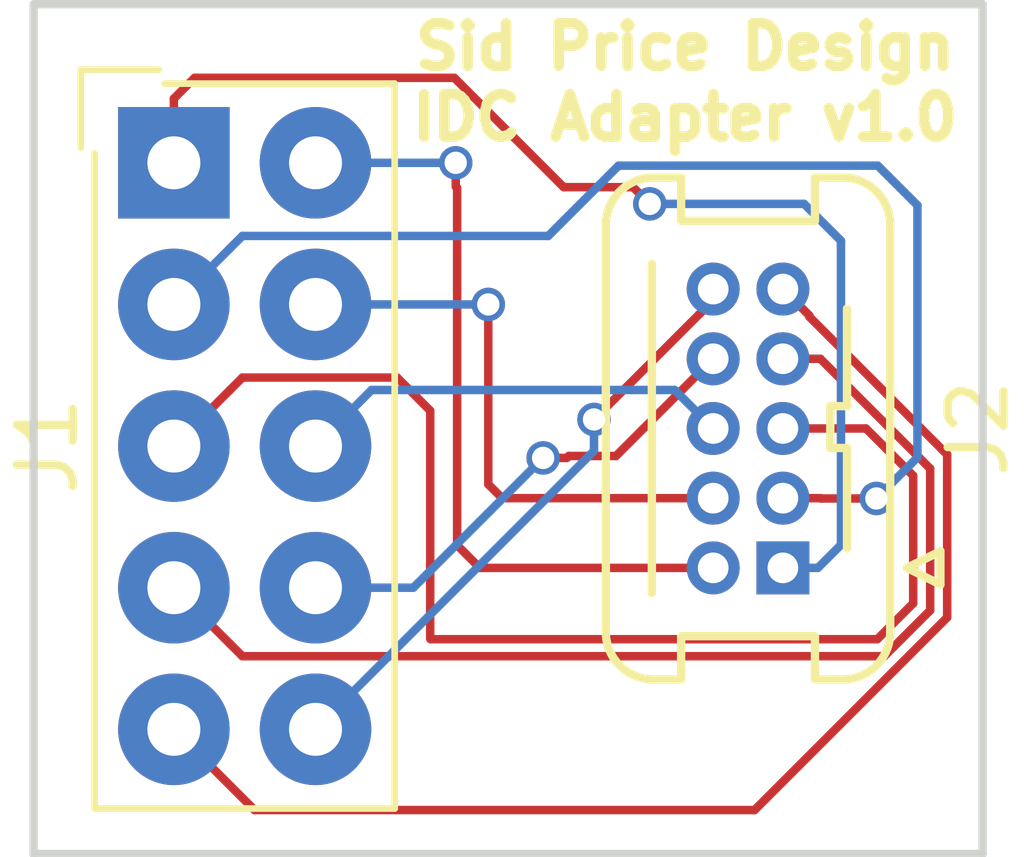
<source format=kicad_pcb>
(kicad_pcb (version 4) (host pcbnew 4.0.7)

  (general
    (links 10)
    (no_connects 0)
    (area 136.4772 104.064999 155.124 119.455001)
    (thickness 1.6)
    (drawings 6)
    (tracks 82)
    (zones 0)
    (modules 2)
    (nets 11)
  )

  (page USLetter)
  (title_block
    (title "IDC 0.1 to 0.05 10 Pin Adapter")
    (date 2017-11-08)
    (rev 1.0)
    (company "Sid Price Design")
  )

  (layers
    (0 F.Cu signal)
    (31 B.Cu signal)
    (32 B.Adhes user)
    (33 F.Adhes user)
    (34 B.Paste user)
    (35 F.Paste user)
    (36 B.SilkS user)
    (37 F.SilkS user)
    (38 B.Mask user)
    (39 F.Mask user)
    (40 Dwgs.User user)
    (41 Cmts.User user)
    (42 Eco1.User user)
    (43 Eco2.User user)
    (44 Edge.Cuts user)
    (45 Margin user)
    (46 B.CrtYd user)
    (47 F.CrtYd user)
    (48 B.Fab user hide)
    (49 F.Fab user hide)
  )

  (setup
    (last_trace_width 0.1524)
    (trace_clearance 0.1524)
    (zone_clearance 0.508)
    (zone_45_only no)
    (trace_min 0.1524)
    (segment_width 0.2)
    (edge_width 0.15)
    (via_size 0.6)
    (via_drill 0.4)
    (via_min_size 0.4)
    (via_min_drill 0.3)
    (uvia_size 0.3)
    (uvia_drill 0.1)
    (uvias_allowed no)
    (uvia_min_size 0.2)
    (uvia_min_drill 0.1)
    (pcb_text_width 0.3)
    (pcb_text_size 1.5 1.5)
    (mod_edge_width 0.15)
    (mod_text_size 1 1)
    (mod_text_width 0.15)
    (pad_size 1.524 1.524)
    (pad_drill 0.762)
    (pad_to_mask_clearance 0.2)
    (aux_axis_origin 0 0)
    (visible_elements 7FFCFFFF)
    (pcbplotparams
      (layerselection 0x00030_80000001)
      (usegerberextensions false)
      (excludeedgelayer true)
      (linewidth 0.100000)
      (plotframeref false)
      (viasonmask false)
      (mode 1)
      (useauxorigin false)
      (hpglpennumber 1)
      (hpglpenspeed 20)
      (hpglpendiameter 15)
      (hpglpenoverlay 2)
      (psnegative false)
      (psa4output false)
      (plotreference true)
      (plotvalue true)
      (plotinvisibletext false)
      (padsonsilk false)
      (subtractmaskfromsilk false)
      (outputformat 1)
      (mirror false)
      (drillshape 1)
      (scaleselection 1)
      (outputdirectory ""))
  )

  (net 0 "")
  (net 1 "Net-(J1-Pad1)")
  (net 2 "Net-(J1-Pad3)")
  (net 3 "Net-(J1-Pad5)")
  (net 4 "Net-(J1-Pad7)")
  (net 5 "Net-(J1-Pad9)")
  (net 6 "Net-(J1-Pad2)")
  (net 7 "Net-(J1-Pad4)")
  (net 8 "Net-(J1-Pad6)")
  (net 9 "Net-(J1-Pad8)")
  (net 10 "Net-(J1-Pad10)")

  (net_class Default "This is the default net class."
    (clearance 0.1524)
    (trace_width 0.1524)
    (via_dia 0.6)
    (via_drill 0.4)
    (uvia_dia 0.3)
    (uvia_drill 0.1)
    (add_net "Net-(J1-Pad1)")
    (add_net "Net-(J1-Pad10)")
    (add_net "Net-(J1-Pad2)")
    (add_net "Net-(J1-Pad3)")
    (add_net "Net-(J1-Pad4)")
    (add_net "Net-(J1-Pad5)")
    (add_net "Net-(J1-Pad6)")
    (add_net "Net-(J1-Pad7)")
    (add_net "Net-(J1-Pad8)")
    (add_net "Net-(J1-Pad9)")
  )

  (module Connectors_Samtec:SDL-110-X-XX_2x05 (layer F.Cu) (tedit 590274CA) (tstamp 5A033299)
    (at 139.6746 106.9848)
    (descr "Double row, low profile, screw machine socket strip, through hole, 100mil / 2.54mm pitch")
    (tags "samtec socket strip tht dual")
    (path /5A032CFB)
    (fp_text reference J1 (at -2.27 5.08 90) (layer F.SilkS)
      (effects (font (size 1 1) (thickness 0.15)))
    )
    (fp_text value "0.1\" Pitch" (at 4.81 5.08 90) (layer F.Fab)
      (effects (font (size 1 1) (thickness 0.15)))
    )
    (fp_line (start -0.17 -1.42) (end 3.96 -1.42) (layer F.SilkS) (width 0.12))
    (fp_line (start 3.96 -1.42) (end 3.96 11.58) (layer F.SilkS) (width 0.12))
    (fp_line (start 3.96 11.58) (end -1.42 11.58) (layer F.SilkS) (width 0.12))
    (fp_line (start -1.42 11.58) (end -1.42 -0.17) (layer F.SilkS) (width 0.12))
    (fp_line (start -0.27 -1.67) (end -1.67 -1.67) (layer F.SilkS) (width 0.12))
    (fp_line (start -1.67 -1.67) (end -1.67 -0.27) (layer F.SilkS) (width 0.12))
    (fp_line (start -0.27 -1.67) (end -1.67 -1.67) (layer F.Fab) (width 0.1))
    (fp_line (start -1.67 -1.67) (end -1.67 -0.27) (layer F.Fab) (width 0.1))
    (fp_line (start -1.27 -1.27) (end -1.27 11.43) (layer F.Fab) (width 0.1))
    (fp_line (start -1.27 11.43) (end 3.81 11.43) (layer F.Fab) (width 0.1))
    (fp_line (start 3.81 11.43) (end 3.81 -1.27) (layer F.Fab) (width 0.1))
    (fp_line (start 3.81 -1.27) (end -1.27 -1.27) (layer F.Fab) (width 0.1))
    (fp_line (start -1.77 -1.77) (end -1.77 11.93) (layer F.CrtYd) (width 0.05))
    (fp_line (start -1.77 11.93) (end 4.31 11.93) (layer F.CrtYd) (width 0.05))
    (fp_line (start 4.31 11.93) (end 4.31 -1.77) (layer F.CrtYd) (width 0.05))
    (fp_line (start 4.31 -1.77) (end -1.77 -1.77) (layer F.CrtYd) (width 0.05))
    (fp_line (start -1.27 1.27) (end -1.07 1.27) (layer F.Fab) (width 0.1))
    (fp_line (start 3.81 1.27) (end 3.61 1.27) (layer F.Fab) (width 0.1))
    (fp_line (start -1.27 3.81) (end -1.07 3.81) (layer F.Fab) (width 0.1))
    (fp_line (start 3.81 3.81) (end 3.61 3.81) (layer F.Fab) (width 0.1))
    (fp_line (start -1.27 6.35) (end -1.07 6.35) (layer F.Fab) (width 0.1))
    (fp_line (start 3.81 6.35) (end 3.61 6.35) (layer F.Fab) (width 0.1))
    (fp_line (start -1.27 8.89) (end -1.07 8.89) (layer F.Fab) (width 0.1))
    (fp_line (start 3.81 8.89) (end 3.61 8.89) (layer F.Fab) (width 0.1))
    (fp_line (start -1.27 11.43) (end -1.07 11.43) (layer F.Fab) (width 0.1))
    (fp_line (start 3.81 11.43) (end 3.61 11.43) (layer F.Fab) (width 0.1))
    (fp_text user %R (at 1.27 5.08 90) (layer F.Fab)
      (effects (font (size 1 1) (thickness 0.15)))
    )
    (pad 1 thru_hole rect (at 0 0) (size 2 2) (drill 0.95) (layers *.Cu *.Mask)
      (net 1 "Net-(J1-Pad1)"))
    (pad 3 thru_hole circle (at 0 2.54) (size 2 2) (drill 0.95) (layers *.Cu *.Mask)
      (net 2 "Net-(J1-Pad3)"))
    (pad 5 thru_hole circle (at 0 5.08) (size 2 2) (drill 0.95) (layers *.Cu *.Mask)
      (net 3 "Net-(J1-Pad5)"))
    (pad 7 thru_hole circle (at 0 7.62) (size 2 2) (drill 0.95) (layers *.Cu *.Mask)
      (net 4 "Net-(J1-Pad7)"))
    (pad 9 thru_hole circle (at 0 10.16) (size 2 2) (drill 0.95) (layers *.Cu *.Mask)
      (net 5 "Net-(J1-Pad9)"))
    (pad 2 thru_hole circle (at 2.54 0) (size 2 2) (drill 0.95) (layers *.Cu *.Mask)
      (net 6 "Net-(J1-Pad2)"))
    (pad 4 thru_hole circle (at 2.54 2.54) (size 2 2) (drill 0.95) (layers *.Cu *.Mask)
      (net 7 "Net-(J1-Pad4)"))
    (pad 6 thru_hole circle (at 2.54 5.08) (size 2 2) (drill 0.95) (layers *.Cu *.Mask)
      (net 8 "Net-(J1-Pad6)"))
    (pad 8 thru_hole circle (at 2.54 7.62) (size 2 2) (drill 0.95) (layers *.Cu *.Mask)
      (net 9 "Net-(J1-Pad8)"))
    (pad 10 thru_hole circle (at 2.54 10.16) (size 2 2) (drill 0.95) (layers *.Cu *.Mask)
      (net 10 "Net-(J1-Pad10)"))
    (model ${KISYS3DMOD}/Connectors_Samtec.3dshapes/SDL-110-X-XX_2x05.wrl
      (at (xyz 0 0 0))
      (scale (xyz 1 1 1))
      (rotate (xyz 0 0 0))
    )
  )

  (module IDC_10_Adapter:Conn_02x05_0.05 (layer F.Cu) (tedit 5A0344B8) (tstamp 5A0332DC)
    (at 150.5966 114.2492 90)
    (descr "10Pin IDC conn 0.05 pitch")
    (tags "connector idc 0.05")
    (path /5A032C47)
    (fp_text reference J2 (at 2.5 3.5 90) (layer F.SilkS)
      (effects (font (size 1 1) (thickness 0.15)))
    )
    (fp_text value "0.05\" Pitch" (at 2.5 -4.3 90) (layer F.Fab)
      (effects (font (size 1 1) (thickness 0.15)))
    )
    (fp_line (start -0.45 -2.35) (end 5.45 -2.35) (layer F.SilkS) (width 0.15))
    (fp_line (start 0.35 1.15) (end 2.15 1.15) (layer F.SilkS) (width 0.15))
    (fp_line (start 2.15 1.15) (end 2.15 0.85) (layer F.SilkS) (width 0.15))
    (fp_line (start 2.15 0.85) (end 2.9 0.85) (layer F.SilkS) (width 0.15))
    (fp_line (start 2.9 0.85) (end 2.9 1.15) (layer F.SilkS) (width 0.15))
    (fp_line (start 2.9 1.15) (end 4.65 1.15) (layer F.SilkS) (width 0.15))
    (fp_text user %R (at 2.5 -0.625 90) (layer F.Fab)
      (effects (font (size 1 1) (thickness 0.15)))
    )
    (fp_arc (start -1.15 -2.325) (end -1.9 -2.325) (angle 90) (layer F.Fab) (width 0.1))
    (fp_arc (start 6.15 -2.325) (end 6.15 -3.075) (angle 90) (layer F.Fab) (width 0.1))
    (fp_arc (start 6.15 1.075) (end 6.9 1.075) (angle 90) (layer F.Fab) (width 0.1))
    (fp_arc (start -1.15 1.075) (end -1.15 1.925) (angle 90) (layer F.SilkS) (width 0.15))
    (fp_arc (start -0.65 -2.125) (end -0.9 -2.125) (angle 90) (layer F.Fab) (width 0.1))
    (fp_arc (start 5.65 1.175) (end 5.9 1.175) (angle 90) (layer F.Fab) (width 0.1))
    (fp_arc (start -0.65 1.175) (end -0.65 1.425) (angle 90) (layer F.Fab) (width 0.1))
    (fp_line (start -1.15 -3.175) (end 6.15 -3.175) (layer F.SilkS) (width 0.15))
    (fp_line (start -1.15 1.825) (end 6.15 1.825) (layer F.Fab) (width 0.1))
    (fp_line (start 0.35 1.425) (end 0.35 1.125) (layer F.Fab) (width 0.1))
    (fp_line (start 0.35 1.125) (end 4.65 1.125) (layer F.Fab) (width 0.1))
    (fp_line (start 4.65 1.125) (end 4.65 1.425) (layer F.Fab) (width 0.1))
    (fp_line (start 4.65 1.425) (end 5.65 1.425) (layer F.Fab) (width 0.1))
    (fp_line (start -0.65 -2.375) (end 1.875 -2.375) (layer F.Fab) (width 0.1))
    (fp_line (start 1.875 -2.375) (end 1.875 -2.675) (layer F.Fab) (width 0.1))
    (fp_line (start 1.875 -2.675) (end 3.125 -2.675) (layer F.Fab) (width 0.1))
    (fp_line (start 3.125 -2.675) (end 3.125 -2.375) (layer F.Fab) (width 0.1))
    (fp_line (start 3.125 -2.375) (end 5.65 -2.375) (layer F.Fab) (width 0.1))
    (fp_line (start -1.9 -2.325) (end -1.9 -1.925) (layer F.Fab) (width 0.1))
    (fp_line (start -1.9 -1.925) (end -0.9 -1.925) (layer F.Fab) (width 0.1))
    (fp_line (start 6.9 -2.325) (end 6.9 -1.925) (layer F.Fab) (width 0.1))
    (fp_line (start 6.9 -1.925) (end 5.9 -1.925) (layer F.Fab) (width 0.1))
    (fp_line (start 6.9 1.075) (end 6.9 0.675) (layer F.Fab) (width 0.1))
    (fp_line (start 6.9 0.675) (end 5.9 0.675) (layer F.Fab) (width 0.1))
    (fp_line (start -1.9 1.075) (end -1.9 0.675) (layer F.Fab) (width 0.1))
    (fp_line (start -1.9 0.675) (end -0.9 0.675) (layer F.Fab) (width 0.1))
    (fp_line (start 5.9 1.175) (end 5.9 0.675) (layer F.Fab) (width 0.1))
    (fp_line (start -2.35 -3.55) (end -2.35 2.3) (layer F.CrtYd) (width 0.05))
    (fp_line (start -2.35 2.3) (end 7.4 2.3) (layer F.CrtYd) (width 0.05))
    (fp_line (start 7.4 2.3) (end 7.4 -3.55) (layer F.CrtYd) (width 0.05))
    (fp_line (start 7.4 -3.55) (end -2.35 -3.55) (layer F.CrtYd) (width 0.05))
    (fp_line (start 0 2.225) (end -0.3 2.825) (layer F.SilkS) (width 0.15))
    (fp_line (start -0.3 2.825) (end 0.3 2.825) (layer F.SilkS) (width 0.15))
    (fp_line (start 0.3 2.825) (end 0 2.225) (layer F.SilkS) (width 0.15))
    (fp_line (start 0 2.225) (end -0.3 2.825) (layer F.Fab) (width 0.1))
    (fp_line (start -0.3 2.825) (end 0.3 2.825) (layer F.Fab) (width 0.1))
    (fp_line (start 0.3 2.825) (end 0 2.225) (layer F.Fab) (width 0.1))
    (fp_line (start -1.15 -3.075) (end 6.15 -3.075) (layer F.Fab) (width 0.1))
    (fp_arc (start -1.15 -2.325) (end -2 -2.325) (angle 90) (layer F.SilkS) (width 0.15))
    (fp_arc (start 6.15 -2.325) (end 6.15 -3.175) (angle 90) (layer F.SilkS) (width 0.15))
    (fp_line (start 7 -2.325) (end 7 -1.825) (layer F.SilkS) (width 0.15))
    (fp_arc (start 5.65 -2.125) (end 5.65 -2.375) (angle 90) (layer F.Fab) (width 0.1))
    (fp_line (start 7 -1.825) (end 6.225 -1.825) (layer F.SilkS) (width 0.15))
    (fp_line (start -2 -1.825) (end -1.225 -1.825) (layer F.SilkS) (width 0.15))
    (fp_line (start -2 -1.825) (end -2 -2.325) (layer F.SilkS) (width 0.15))
    (fp_arc (start -1.15 1.075) (end -1.15 1.825) (angle 90) (layer F.Fab) (width 0.1))
    (fp_line (start -2 1.075) (end -2 0.575) (layer F.SilkS) (width 0.15))
    (fp_line (start -2 0.575) (end -1.225 0.575) (layer F.SilkS) (width 0.15))
    (fp_line (start -0.9 1.175) (end -0.9 0.675) (layer F.Fab) (width 0.1))
    (fp_line (start -0.65 1.425) (end 0.35 1.425) (layer F.Fab) (width 0.1))
    (fp_line (start -1.15 1.925) (end 6.15 1.925) (layer F.SilkS) (width 0.15))
    (fp_arc (start 6.15 1.075) (end 7 1.075) (angle 90) (layer F.SilkS) (width 0.15))
    (fp_line (start 7 1.075) (end 7 0.575) (layer F.SilkS) (width 0.15))
    (fp_line (start 7 0.575) (end 6.225 0.575) (layer F.SilkS) (width 0.15))
    (fp_line (start 6.225 -1.825) (end 6.225 0.575) (layer F.SilkS) (width 0.15))
    (fp_line (start -0.9 -2.125) (end -0.9 -1.925) (layer F.Fab) (width 0.1))
    (fp_line (start 5.9 -2.125) (end 5.9 -1.925) (layer F.Fab) (width 0.1))
    (fp_line (start 6.125 -1.925) (end 6.125 0.675) (layer F.Fab) (width 0.1))
    (fp_line (start -1.125 -1.925) (end -1.125 0.675) (layer F.Fab) (width 0.1))
    (fp_line (start -1.225 -1.825) (end -1.225 0.575) (layer F.SilkS) (width 0.15))
    (pad 1 thru_hole rect (at 0 0 90) (size 0.95 0.95) (drill 0.55) (layers *.Cu *.Mask)
      (net 1 "Net-(J1-Pad1)"))
    (pad 3 thru_hole circle (at 1.25 0 90) (size 0.95 0.95) (drill 0.55) (layers *.Cu *.Mask)
      (net 2 "Net-(J1-Pad3)"))
    (pad 5 thru_hole circle (at 2.5 0 90) (size 0.95 0.95) (drill 0.55) (layers *.Cu *.Mask)
      (net 3 "Net-(J1-Pad5)"))
    (pad 7 thru_hole circle (at 3.75 0 90) (size 0.95 0.95) (drill 0.55) (layers *.Cu *.Mask)
      (net 4 "Net-(J1-Pad7)"))
    (pad 9 thru_hole circle (at 5 0 90) (size 0.95 0.95) (drill 0.55) (layers *.Cu *.Mask)
      (net 5 "Net-(J1-Pad9)"))
    (pad 2 thru_hole circle (at 0 -1.25 90) (size 0.95 0.95) (drill 0.55) (layers *.Cu *.Mask)
      (net 6 "Net-(J1-Pad2)"))
    (pad 4 thru_hole circle (at 1.25 -1.25 90) (size 0.95 0.95) (drill 0.55) (layers *.Cu *.Mask)
      (net 7 "Net-(J1-Pad4)"))
    (pad 6 thru_hole circle (at 2.5 -1.25 90) (size 0.95 0.95) (drill 0.55) (layers *.Cu *.Mask)
      (net 8 "Net-(J1-Pad6)"))
    (pad 8 thru_hole circle (at 3.75 -1.25 90) (size 0.95 0.95) (drill 0.55) (layers *.Cu *.Mask)
      (net 9 "Net-(J1-Pad8)"))
    (pad 10 thru_hole circle (at 5 -1.25 90) (size 0.95 0.95) (drill 0.55) (layers *.Cu *.Mask)
      (net 10 "Net-(J1-Pad10)"))
    (model ${KISYS3DMOD}/Connectors_Harwin.3dshapes/Harwin_Gecko-G125-MVX1005L0X_2x05x1.25mm_Straight.wrl
      (at (xyz 0 0 0))
      (scale (xyz 1 1 1))
      (rotate (xyz 0 0 0))
    )
  )

  (gr_text "IDC Adapter v1.0" (at 148.844 106.172) (layer F.SilkS)
    (effects (font (size 0.762 0.762) (thickness 0.1905)))
  )
  (gr_text "Sid Price Design" (at 148.844 104.902) (layer F.SilkS)
    (effects (font (size 0.762 0.762) (thickness 0.1905)))
  )
  (gr_line (start 137.16 119.38) (end 137.16 104.14) (layer Edge.Cuts) (width 0.15))
  (gr_line (start 154.178 119.38) (end 137.16 119.38) (layer Edge.Cuts) (width 0.15))
  (gr_line (start 154.178 104.14) (end 154.178 119.38) (layer Edge.Cuts) (width 0.15))
  (gr_line (start 137.16 104.14) (end 154.178 104.14) (layer Edge.Cuts) (width 0.15))

  (segment (start 144.7038 105.4608) (end 140.0462 105.4608) (width 0.1524) (layer F.Cu) (net 1))
  (segment (start 140.0462 105.4608) (end 139.6746 105.8324) (width 0.1524) (layer F.Cu) (net 1))
  (segment (start 139.6746 105.8324) (end 139.6746 106.9848) (width 0.1524) (layer F.Cu) (net 1))
  (segment (start 146.664401 107.421401) (end 144.7038 105.4608) (width 0.1524) (layer F.Cu) (net 1))
  (segment (start 148.209 107.7214) (end 147.909001 107.421401) (width 0.1524) (layer F.Cu) (net 1))
  (segment (start 147.909001 107.421401) (end 146.664401 107.421401) (width 0.1524) (layer F.Cu) (net 1))
  (via (at 148.209 107.7214) (size 0.6) (drill 0.4) (layers F.Cu B.Cu) (net 1))
  (segment (start 150.9776 107.7214) (end 148.209 107.7214) (width 0.1524) (layer B.Cu) (net 1))
  (segment (start 151.638 108.3818) (end 150.9776 107.7214) (width 0.1524) (layer B.Cu) (net 1))
  (segment (start 151.638 108.4326) (end 151.638 108.3818) (width 0.1524) (layer B.Cu) (net 1))
  (segment (start 151.638 113.8352) (end 151.638 108.4326) (width 0.1524) (layer B.Cu) (net 1))
  (segment (start 150.5966 114.2492) (end 151.224 114.2492) (width 0.1524) (layer B.Cu) (net 1))
  (segment (start 151.224 114.2492) (end 151.638 113.8352) (width 0.1524) (layer B.Cu) (net 1))
  (segment (start 152.273 113.0046) (end 153.0096 112.268) (width 0.1524) (layer B.Cu) (net 2))
  (segment (start 153.0096 112.268) (end 153.0096 107.7468) (width 0.1524) (layer B.Cu) (net 2))
  (segment (start 152.2984 107.0356) (end 147.6502 107.0356) (width 0.1524) (layer B.Cu) (net 2))
  (segment (start 153.0096 107.7468) (end 152.2984 107.0356) (width 0.1524) (layer B.Cu) (net 2))
  (segment (start 147.6502 107.0356) (end 146.389601 108.296199) (width 0.1524) (layer B.Cu) (net 2))
  (segment (start 146.389601 108.296199) (end 140.903201 108.296199) (width 0.1524) (layer B.Cu) (net 2))
  (segment (start 140.903201 108.296199) (end 140.674599 108.524801) (width 0.1524) (layer B.Cu) (net 2))
  (segment (start 140.674599 108.524801) (end 139.6746 109.5248) (width 0.1524) (layer B.Cu) (net 2))
  (via (at 152.273 113.0046) (size 0.6) (drill 0.4) (layers F.Cu B.Cu) (net 2))
  (segment (start 151.273751 113.0046) (end 152.273 113.0046) (width 0.1524) (layer F.Cu) (net 2))
  (segment (start 150.5966 112.9992) (end 151.268351 112.9992) (width 0.1524) (layer F.Cu) (net 2))
  (segment (start 151.268351 112.9992) (end 151.273751 113.0046) (width 0.1524) (layer F.Cu) (net 2))
  (segment (start 140.674599 111.064801) (end 139.6746 112.0648) (width 0.1524) (layer F.Cu) (net 3))
  (segment (start 140.903201 110.836199) (end 140.674599 111.064801) (width 0.1524) (layer F.Cu) (net 3))
  (segment (start 144.272 111.4298) (end 143.678399 110.836199) (width 0.1524) (layer F.Cu) (net 3))
  (segment (start 144.272 115.519934) (end 144.272 111.4298) (width 0.1524) (layer F.Cu) (net 3))
  (segment (start 152.289744 115.52859) (end 144.280656 115.52859) (width 0.1524) (layer F.Cu) (net 3))
  (segment (start 152.933378 114.884956) (end 152.289744 115.52859) (width 0.1524) (layer F.Cu) (net 3))
  (segment (start 152.933378 112.595293) (end 152.933378 114.884956) (width 0.1524) (layer F.Cu) (net 3))
  (segment (start 152.087285 111.7492) (end 152.933378 112.595293) (width 0.1524) (layer F.Cu) (net 3))
  (segment (start 143.678399 110.836199) (end 140.903201 110.836199) (width 0.1524) (layer F.Cu) (net 3))
  (segment (start 150.5966 111.7492) (end 152.087285 111.7492) (width 0.1524) (layer F.Cu) (net 3))
  (segment (start 144.280656 115.52859) (end 144.272 115.519934) (width 0.1524) (layer F.Cu) (net 3))
  (segment (start 140.674599 115.604799) (end 139.6746 114.6048) (width 0.1524) (layer F.Cu) (net 4))
  (segment (start 140.903201 115.833401) (end 140.674599 115.604799) (width 0.1524) (layer F.Cu) (net 4))
  (segment (start 153.238189 115.011211) (end 152.415999 115.833401) (width 0.1524) (layer F.Cu) (net 4))
  (segment (start 151.268351 110.4992) (end 153.238189 112.469038) (width 0.1524) (layer F.Cu) (net 4))
  (segment (start 153.238189 112.469038) (end 153.238189 115.011211) (width 0.1524) (layer F.Cu) (net 4))
  (segment (start 150.5966 110.4992) (end 151.268351 110.4992) (width 0.1524) (layer F.Cu) (net 4))
  (segment (start 152.415999 115.833401) (end 140.903201 115.833401) (width 0.1524) (layer F.Cu) (net 4))
  (segment (start 150.5966 109.2492) (end 151.071599 109.724199) (width 0.1524) (layer F.Cu) (net 5))
  (segment (start 151.071599 109.724199) (end 151.071599 109.745799) (width 0.1524) (layer F.Cu) (net 5))
  (segment (start 151.071599 109.745799) (end 153.543 112.2172) (width 0.1524) (layer F.Cu) (net 5))
  (segment (start 153.543 112.2172) (end 153.543 115.1382) (width 0.1524) (layer F.Cu) (net 5))
  (segment (start 141.1224 118.5926) (end 139.6746 117.1448) (width 0.1524) (layer F.Cu) (net 5))
  (segment (start 153.543 115.1382) (end 150.0886 118.5926) (width 0.1524) (layer F.Cu) (net 5))
  (segment (start 150.0886 118.5926) (end 141.1224 118.5926) (width 0.1524) (layer F.Cu) (net 5))
  (segment (start 144.7546 113.8428) (end 145.161 114.2492) (width 0.1524) (layer F.Cu) (net 6))
  (segment (start 145.161 114.2492) (end 149.3466 114.2492) (width 0.1524) (layer F.Cu) (net 6))
  (segment (start 144.7546 107.434464) (end 144.7546 113.8428) (width 0.1524) (layer F.Cu) (net 6))
  (segment (start 144.7292 106.9848) (end 144.7292 107.409064) (width 0.1524) (layer F.Cu) (net 6))
  (segment (start 144.7292 107.409064) (end 144.7546 107.434464) (width 0.1524) (layer F.Cu) (net 6))
  (via (at 144.7292 106.9848) (size 0.6) (drill 0.4) (layers F.Cu B.Cu) (net 6))
  (segment (start 142.2146 106.9848) (end 144.7292 106.9848) (width 0.1524) (layer B.Cu) (net 6))
  (segment (start 145.3134 112.7506) (end 145.562 112.9992) (width 0.1524) (layer F.Cu) (net 7))
  (segment (start 145.3134 109.5248) (end 145.3134 112.7506) (width 0.1524) (layer F.Cu) (net 7))
  (segment (start 145.562 112.9992) (end 149.3466 112.9992) (width 0.1524) (layer F.Cu) (net 7))
  (via (at 145.3134 109.5248) (size 0.6) (drill 0.4) (layers F.Cu B.Cu) (net 7))
  (segment (start 142.2146 109.5248) (end 145.3134 109.5248) (width 0.1524) (layer B.Cu) (net 7))
  (segment (start 148.6565 111.0591) (end 148.871601 111.274201) (width 0.1524) (layer B.Cu) (net 8))
  (segment (start 143.2203 111.0591) (end 148.6565 111.0591) (width 0.1524) (layer B.Cu) (net 8))
  (segment (start 142.2146 112.0648) (end 143.2203 111.0591) (width 0.1524) (layer B.Cu) (net 8))
  (segment (start 148.871601 111.274201) (end 149.3466 111.7492) (width 0.1524) (layer B.Cu) (net 8))
  (segment (start 142.2146 112.0648) (end 142.602043 111.677357) (width 0.1524) (layer B.Cu) (net 8))
  (segment (start 149.274757 111.677357) (end 149.3466 111.7492) (width 0.1524) (layer B.Cu) (net 8))
  (segment (start 146.755664 112.2426) (end 147.6032 112.2426) (width 0.1524) (layer F.Cu) (net 9))
  (segment (start 147.6032 112.2426) (end 149.3466 110.4992) (width 0.1524) (layer F.Cu) (net 9))
  (segment (start 146.29661 112.27739) (end 146.720874 112.27739) (width 0.1524) (layer F.Cu) (net 9))
  (segment (start 146.720874 112.27739) (end 146.755664 112.2426) (width 0.1524) (layer F.Cu) (net 9))
  (via (at 146.29661 112.27739) (size 0.6) (drill 0.4) (layers F.Cu B.Cu) (net 9))
  (segment (start 142.2146 114.6048) (end 143.9692 114.6048) (width 0.1524) (layer B.Cu) (net 9))
  (segment (start 145.996611 112.577389) (end 146.29661 112.27739) (width 0.1524) (layer B.Cu) (net 9))
  (segment (start 143.9692 114.6048) (end 145.996611 112.577389) (width 0.1524) (layer B.Cu) (net 9))
  (segment (start 147.20895 111.587702) (end 149.3466 109.450052) (width 0.1524) (layer F.Cu) (net 10))
  (segment (start 149.3466 109.450052) (end 149.3466 109.2492) (width 0.1524) (layer F.Cu) (net 10))
  (segment (start 147.20895 112.011966) (end 147.20895 111.587702) (width 0.1524) (layer B.Cu) (net 10))
  (segment (start 147.20895 112.15045) (end 147.20895 112.011966) (width 0.1524) (layer B.Cu) (net 10))
  (segment (start 142.2146 117.1448) (end 147.20895 112.15045) (width 0.1524) (layer B.Cu) (net 10))
  (via (at 147.20895 111.587702) (size 0.6) (drill 0.4) (layers F.Cu B.Cu) (net 10))

)

</source>
